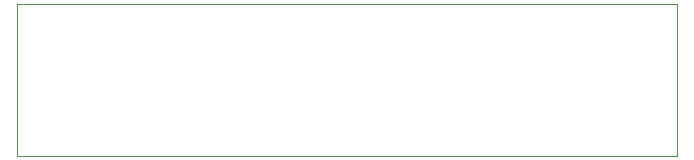
<source format=gbr>
%TF.GenerationSoftware,KiCad,Pcbnew,(5.1.9)-1*%
%TF.CreationDate,2021-03-01T22:37:49-08:00*%
%TF.ProjectId,SD1326_I2C_breakout,53443133-3236-45f4-9932-435f62726561,0.1b*%
%TF.SameCoordinates,Original*%
%TF.FileFunction,Profile,NP*%
%FSLAX46Y46*%
G04 Gerber Fmt 4.6, Leading zero omitted, Abs format (unit mm)*
G04 Created by KiCad (PCBNEW (5.1.9)-1) date 2021-03-01 22:37:49*
%MOMM*%
%LPD*%
G01*
G04 APERTURE LIST*
%TA.AperFunction,Profile*%
%ADD10C,0.100000*%
%TD*%
G04 APERTURE END LIST*
D10*
X124710000Y-27690000D02*
X68810000Y-27690000D01*
X124710000Y-40490000D02*
X124710000Y-27690000D01*
X68810000Y-40490000D02*
X124710000Y-40490000D01*
X68810000Y-27690000D02*
X68810000Y-40490000D01*
M02*

</source>
